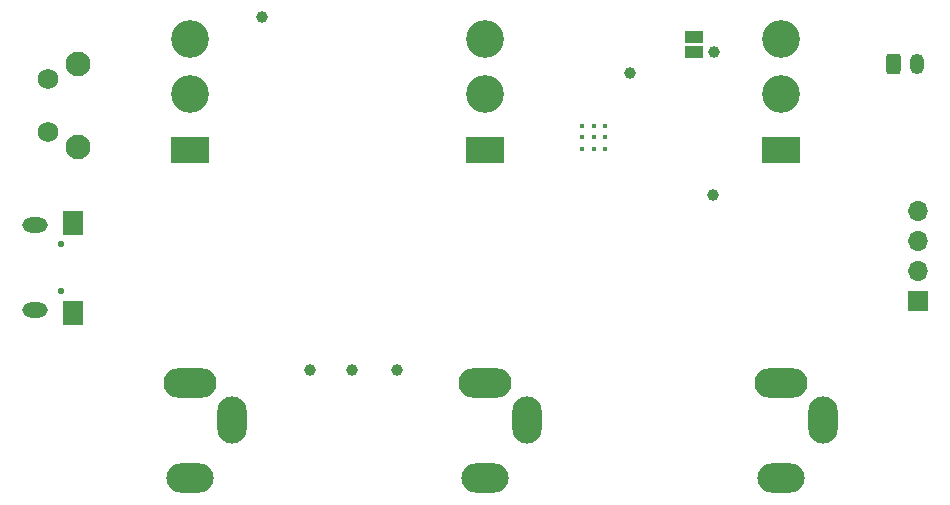
<source format=gbs>
G04 #@! TF.GenerationSoftware,KiCad,Pcbnew,(5.1.9-0-10_14)*
G04 #@! TF.CreationDate,2021-04-21T20:11:12+02:00*
G04 #@! TF.ProjectId,ledTruck,6c656454-7275-4636-9b2e-6b696361645f,1.1*
G04 #@! TF.SameCoordinates,Original*
G04 #@! TF.FileFunction,Soldermask,Bot*
G04 #@! TF.FilePolarity,Negative*
%FSLAX46Y46*%
G04 Gerber Fmt 4.6, Leading zero omitted, Abs format (unit mm)*
G04 Created by KiCad (PCBNEW (5.1.9-0-10_14)) date 2021-04-21 20:11:12*
%MOMM*%
%LPD*%
G01*
G04 APERTURE LIST*
%ADD10O,1.700000X1.700000*%
%ADD11R,1.700000X1.700000*%
%ADD12O,4.500000X2.500000*%
%ADD13O,2.500000X4.000000*%
%ADD14O,4.000000X2.500000*%
%ADD15C,1.000000*%
%ADD16C,2.100000*%
%ADD17C,1.750000*%
%ADD18R,1.500000X1.000000*%
%ADD19O,1.200000X1.750000*%
%ADD20C,0.400000*%
%ADD21R,1.800000X2.000000*%
%ADD22O,2.150000X1.300000*%
%ADD23C,0.550000*%
%ADD24R,3.200000X2.300000*%
%ADD25C,3.200000*%
G04 APERTURE END LIST*
D10*
X76586160Y-18671460D03*
X76586160Y-21211460D03*
X76586160Y-23751460D03*
D11*
X76586160Y-26291460D03*
D12*
X65000000Y-33200000D03*
D13*
X68550000Y-36400000D03*
D14*
X65000000Y-41300000D03*
D12*
X40000000Y-33200000D03*
D13*
X43550000Y-36400000D03*
D14*
X40000000Y-41300000D03*
D12*
X15000000Y-33200000D03*
D13*
X18550000Y-36400000D03*
D14*
X15000000Y-41300000D03*
D15*
X59385200Y-5232400D03*
X21056600Y-2286000D03*
X32512000Y-32131000D03*
X28702000Y-32131000D03*
X25146000Y-32131000D03*
X52197000Y-6985000D03*
X59232800Y-17322800D03*
D16*
X5490000Y-13250000D03*
D17*
X3000000Y-12000000D03*
X3000000Y-7500000D03*
D16*
X5490000Y-6240000D03*
D18*
X57653000Y-3912000D03*
X57653000Y-5212000D03*
D19*
X76544000Y-6228000D03*
G36*
G01*
X73944000Y-6853001D02*
X73944000Y-5602999D01*
G75*
G02*
X74193999Y-5353000I249999J0D01*
G01*
X74894001Y-5353000D01*
G75*
G02*
X75144000Y-5602999I0J-249999D01*
G01*
X75144000Y-6853001D01*
G75*
G02*
X74894001Y-7103000I-249999J0D01*
G01*
X74193999Y-7103000D01*
G75*
G02*
X73944000Y-6853001I0J249999D01*
G01*
G37*
D20*
X50156000Y-11450000D03*
X50156000Y-12450000D03*
X50156000Y-13450000D03*
X49156000Y-11450000D03*
X49156000Y-12450000D03*
X49156000Y-13450000D03*
X48156000Y-11450000D03*
X48156000Y-12450000D03*
X48156000Y-13450000D03*
D21*
X5047300Y-19692380D03*
D22*
X1887300Y-19892380D03*
D21*
X5047300Y-27292380D03*
D22*
X1887300Y-27092380D03*
D23*
X4037300Y-21492380D03*
X4037300Y-25492380D03*
D24*
X15000000Y-13500000D03*
D25*
X15000000Y-8800000D03*
X15000000Y-4100000D03*
D24*
X40000000Y-13500000D03*
D25*
X40000000Y-8800000D03*
X40000000Y-4100000D03*
D24*
X65000000Y-13500000D03*
D25*
X65000000Y-8800000D03*
X65000000Y-4100000D03*
M02*

</source>
